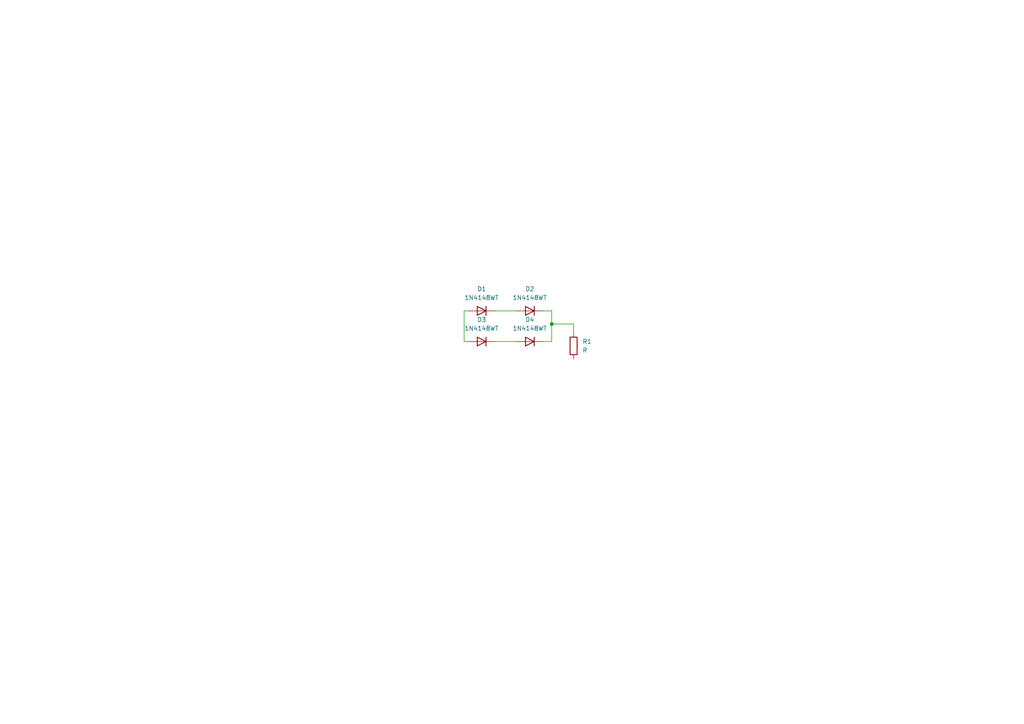
<source format=kicad_sch>
(kicad_sch (version 20250114) (generator "eeschema") (generator_version "9.0")
  (paper "A4")
  (lib_symbols
    (symbol "Device:R" (pin_numbers (hide yes)) (pin_names (offset 0))
      (property "Reference" "R" (at 2.032 0 90))
      (property "Value" "R" (at 0 0 90))
      (symbol "R_0_1"
        (rectangle (start -1.016 -2.54) (end 1.016 2.54) (stroke (width 0.254)))
      )
      (symbol "R_1_1"
        (pin passive line (at 0 3.81 270) (length 1.27) (name "~") (number "1"))
        (pin passive line (at 0 -3.81 90) (length 1.27) (name "~") (number "2"))
      )
    )
    (symbol "Diode:1N4148WT" (pin_numbers (hide yes)) (pin_names (hide yes))
      (property "Reference" "D" (at 0 2.54 0))
      (property "Value" "1N4148WT" (at 0 -2.54 0))
      (symbol "1N4148WT_0_1"
        (polyline (pts (xy -1.27 1.27) (xy -1.27 -1.27)) (stroke (width 0.254)))
        (polyline (pts (xy 1.27 1.27) (xy 1.27 -1.27) (xy -1.27 0) (xy 1.27 1.27)) (stroke (width 0.254)))
        (polyline (pts (xy 1.27 0) (xy -1.27 0)))
      )
      (symbol "1N4148WT_1_1"
        (pin passive line (at -3.81 0 0) (length 2.54) (name "K") (number "1"))
        (pin passive line (at 3.81 0 180) (length 2.54) (name "A") (number "2"))
      )
    )
  )
  (junction (at 160.02 93.98))
  (wire (pts (xy 143.51 99.06) (xy 149.86 99.06)))
  (wire (pts (xy 160.02 90.17) (xy 160.02 93.98)))
  (wire (pts (xy 134.62 90.17) (xy 134.62 99.06)))
  (wire (pts (xy 157.48 90.17) (xy 160.02 90.17)))
  (wire (pts (xy 160.02 93.98) (xy 166.37 93.98)))
  (wire (pts (xy 160.02 93.98) (xy 160.02 99.06)))
  (wire (pts (xy 166.37 93.98) (xy 166.37 96.52)))
  (wire (pts (xy 157.48 99.06) (xy 160.02 99.06)))
  (wire (pts (xy 135.89 90.17) (xy 134.62 90.17)))
  (wire (pts (xy 143.51 90.17) (xy 149.86 90.17)))
  (wire (pts (xy 134.62 99.06) (xy 135.89 99.06)))
  (symbol (lib_id "Diode:1N4148WT") (at 153.67 90.17 180) (unit 1)
    (property "Reference" "D2" (at 153.67 83.82 0))
    (property "Value" "1N4148WT" (at 153.67 86.36 0))
    (property "Footprint" "Diode_SMD:D_SOD-523" (effects (hide yes)))
    (property "Datasheet" "https://www.diodes.com/assets/Datasheets/ds30396.pdf" (effects (hide yes)))
    (property "Description" "75V 0.15A Fast switching Diode, SOD-523" (effects (hide yes)))
    (property "Sim.Device" "D" (effects (hide yes)))
    (property "Sim.Pins" "1=K 2=A" (effects (hide yes)))
  )
  (symbol (lib_id "Diode:1N4148WT") (at 139.7 90.17 180) (unit 1)
    (property "Reference" "D1" (at 139.7 83.82 0))
    (property "Value" "1N4148WT" (at 139.7 86.36 0))
    (property "Footprint" "Diode_SMD:D_SOD-523" (effects (hide yes)))
    (property "Datasheet" "https://www.diodes.com/assets/Datasheets/ds30396.pdf" (effects (hide yes)))
    (property "Description" "75V 0.15A Fast switching Diode, SOD-523" (effects (hide yes)))
    (property "Sim.Device" "D" (effects (hide yes)))
    (property "Sim.Pins" "1=K 2=A" (effects (hide yes)))
  )
  (symbol (lib_id "Device:R") (at 166.37 100.33 0) (unit 1)
    (property "Reference" "R1" (at 168.91 99.0599 0) (effects (justify left)))
    (property "Value" "R" (at 168.91 101.5999 0) (effects (justify left)))
    (property "Footprint" "Resistor_THT:R_Axial_DIN0204_L3.6mm_D1.6mm_P1.90mm_Vertical" (effects (hide yes)))
    (property "Description" "Resistor" (effects (hide yes)))
  )
  (symbol (lib_id "Diode:1N4148WT") (at 139.7 99.06 180) (unit 1)
    (property "Reference" "D3" (at 139.7 92.71 0))
    (property "Value" "1N4148WT" (at 139.7 95.25 0))
    (property "Footprint" "Diode_SMD:D_SOD-523" (effects (hide yes)))
    (property "Datasheet" "https://www.diodes.com/assets/Datasheets/ds30396.pdf" (effects (hide yes)))
    (property "Description" "75V 0.15A Fast switching Diode, SOD-523" (effects (hide yes)))
    (property "Sim.Device" "D" (effects (hide yes)))
    (property "Sim.Pins" "1=K 2=A" (effects (hide yes)))
  )
  (symbol (lib_id "Diode:1N4148WT") (at 153.67 99.06 180) (unit 1)
    (property "Reference" "D4" (at 153.67 92.71 0))
    (property "Value" "1N4148WT" (at 153.67 95.25 0))
    (property "Footprint" "Diode_SMD:D_SOD-523" (effects (hide yes)))
    (property "Datasheet" "https://www.diodes.com/assets/Datasheets/ds30396.pdf" (effects (hide yes)))
    (property "Description" "75V 0.15A Fast switching Diode, SOD-523" (effects (hide yes)))
    (property "Sim.Device" "D" (effects (hide yes)))
    (property "Sim.Pins" "1=K 2=A" (effects (hide yes)))
  )
)
</source>
